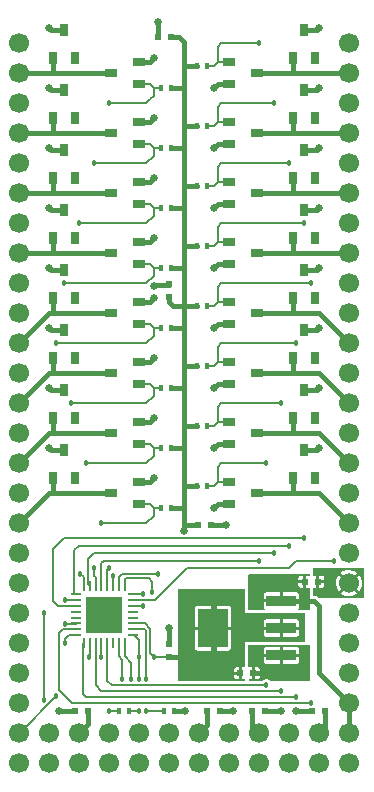
<source format=gbr>
%TF.GenerationSoftware,KiCad,Pcbnew,(6.0.7-1)-1*%
%TF.CreationDate,2022-09-01T15:03:23-04:00*%
%TF.ProjectId,eVolver_pwm,65566f6c-7665-4725-9f70-776d2e6b6963,rev?*%
%TF.SameCoordinates,Original*%
%TF.FileFunction,Copper,L1,Top*%
%TF.FilePolarity,Positive*%
%FSLAX46Y46*%
G04 Gerber Fmt 4.6, Leading zero omitted, Abs format (unit mm)*
G04 Created by KiCad (PCBNEW (6.0.7-1)-1) date 2022-09-01 15:03:23*
%MOMM*%
%LPD*%
G01*
G04 APERTURE LIST*
G04 Aperture macros list*
%AMRoundRect*
0 Rectangle with rounded corners*
0 $1 Rounding radius*
0 $2 $3 $4 $5 $6 $7 $8 $9 X,Y pos of 4 corners*
0 Add a 4 corners polygon primitive as box body*
4,1,4,$2,$3,$4,$5,$6,$7,$8,$9,$2,$3,0*
0 Add four circle primitives for the rounded corners*
1,1,$1+$1,$2,$3*
1,1,$1+$1,$4,$5*
1,1,$1+$1,$6,$7*
1,1,$1+$1,$8,$9*
0 Add four rect primitives between the rounded corners*
20,1,$1+$1,$2,$3,$4,$5,0*
20,1,$1+$1,$4,$5,$6,$7,0*
20,1,$1+$1,$6,$7,$8,$9,0*
20,1,$1+$1,$8,$9,$2,$3,0*%
G04 Aperture macros list end*
%TA.AperFunction,SMDPad,CuDef*%
%ADD10R,0.600000X0.500000*%
%TD*%
%TA.AperFunction,SMDPad,CuDef*%
%ADD11R,0.500000X0.600000*%
%TD*%
%TA.AperFunction,SMDPad,CuDef*%
%ADD12R,0.400000X0.600000*%
%TD*%
%TA.AperFunction,SMDPad,CuDef*%
%ADD13R,2.500000X0.950000*%
%TD*%
%TA.AperFunction,SMDPad,CuDef*%
%ADD14R,2.500000X3.300000*%
%TD*%
%TA.AperFunction,SMDPad,CuDef*%
%ADD15R,0.800000X1.000000*%
%TD*%
%TA.AperFunction,SMDPad,CuDef*%
%ADD16R,1.000000X0.800000*%
%TD*%
%TA.AperFunction,SMDPad,CuDef*%
%ADD17RoundRect,0.062500X-0.062500X0.375000X-0.062500X-0.375000X0.062500X-0.375000X0.062500X0.375000X0*%
%TD*%
%TA.AperFunction,SMDPad,CuDef*%
%ADD18RoundRect,0.062500X-0.375000X0.062500X-0.375000X-0.062500X0.375000X-0.062500X0.375000X0.062500X0*%
%TD*%
%TA.AperFunction,SMDPad,CuDef*%
%ADD19R,3.100000X3.100000*%
%TD*%
%TA.AperFunction,ComponentPad*%
%ADD20C,1.700000*%
%TD*%
%TA.AperFunction,ViaPad*%
%ADD21C,0.889000*%
%TD*%
%TA.AperFunction,ViaPad*%
%ADD22C,0.457200*%
%TD*%
%TA.AperFunction,ViaPad*%
%ADD23C,0.635000*%
%TD*%
%TA.AperFunction,Conductor*%
%ADD24C,0.177800*%
%TD*%
%TA.AperFunction,Conductor*%
%ADD25C,0.381000*%
%TD*%
G04 APERTURE END LIST*
D10*
%TO.P,C1,1*%
%TO.N,+3V3*%
X169079000Y-73152000D03*
%TO.P,C1,2*%
%TO.N,GND*%
X167979000Y-73152000D03*
%TD*%
D11*
%TO.P,C2,1*%
%TO.N,+3V3*%
X168910000Y-125645000D03*
%TO.P,C2,2*%
%TO.N,GND*%
X168910000Y-124545000D03*
%TD*%
D10*
%TO.P,C3,1*%
%TO.N,+5V*%
X180425000Y-119253000D03*
%TO.P,C3,2*%
%TO.N,GND*%
X181525000Y-119253000D03*
%TD*%
%TO.P,C4,1*%
%TO.N,+3V3*%
X174964000Y-127000000D03*
%TO.P,C4,2*%
%TO.N,GND*%
X176064000Y-127000000D03*
%TD*%
D12*
%TO.P,R1,1*%
%TO.N,+3V3*%
X169106000Y-77470000D03*
%TO.P,R1,2*%
%TO.N,/GATE0*%
X168206000Y-77470000D03*
%TD*%
%TO.P,R2,1*%
%TO.N,+3V3*%
X171254000Y-75565000D03*
%TO.P,R2,2*%
%TO.N,/GATE1*%
X172154000Y-75565000D03*
%TD*%
%TO.P,R3,1*%
%TO.N,+3V3*%
X169106000Y-82550000D03*
%TO.P,R3,2*%
%TO.N,/GATE2*%
X168206000Y-82550000D03*
%TD*%
%TO.P,R4,1*%
%TO.N,+3V3*%
X171254000Y-80645000D03*
%TO.P,R4,2*%
%TO.N,/GATE3*%
X172154000Y-80645000D03*
%TD*%
%TO.P,R5,1*%
%TO.N,+3V3*%
X169106000Y-87630000D03*
%TO.P,R5,2*%
%TO.N,/GATE4*%
X168206000Y-87630000D03*
%TD*%
%TO.P,R6,1*%
%TO.N,+3V3*%
X171254000Y-85725000D03*
%TO.P,R6,2*%
%TO.N,/GATE5*%
X172154000Y-85725000D03*
%TD*%
%TO.P,R7,1*%
%TO.N,+3V3*%
X169106000Y-92710000D03*
%TO.P,R7,2*%
%TO.N,/GATE6*%
X168206000Y-92710000D03*
%TD*%
%TO.P,R8,1*%
%TO.N,+3V3*%
X171254000Y-90805000D03*
%TO.P,R8,2*%
%TO.N,/GATE7*%
X172154000Y-90805000D03*
%TD*%
%TO.P,R9,1*%
%TO.N,+3V3*%
X169106000Y-97790000D03*
%TO.P,R9,2*%
%TO.N,/GATE8*%
X168206000Y-97790000D03*
%TD*%
%TO.P,R10,1*%
%TO.N,+3V3*%
X171254000Y-95885000D03*
%TO.P,R10,2*%
%TO.N,/GATE9*%
X172154000Y-95885000D03*
%TD*%
%TO.P,R11,1*%
%TO.N,+3V3*%
X169106000Y-102870000D03*
%TO.P,R11,2*%
%TO.N,/GATE10*%
X168206000Y-102870000D03*
%TD*%
%TO.P,R12,1*%
%TO.N,+3V3*%
X171254000Y-100965000D03*
%TO.P,R12,2*%
%TO.N,/GATE11*%
X172154000Y-100965000D03*
%TD*%
%TO.P,R13,1*%
%TO.N,+3V3*%
X169106000Y-107950000D03*
%TO.P,R13,2*%
%TO.N,/GATE12*%
X168206000Y-107950000D03*
%TD*%
%TO.P,R14,1*%
%TO.N,+3V3*%
X171254000Y-106045000D03*
%TO.P,R14,2*%
%TO.N,/GATE13*%
X172154000Y-106045000D03*
%TD*%
%TO.P,R15,1*%
%TO.N,+3V3*%
X169106000Y-113030000D03*
%TO.P,R15,2*%
%TO.N,/GATE14*%
X168206000Y-113030000D03*
%TD*%
%TO.P,R16,1*%
%TO.N,+3V3*%
X171254000Y-111125000D03*
%TO.P,R16,2*%
%TO.N,/GATE15*%
X172154000Y-111125000D03*
%TD*%
%TO.P,R17,1*%
%TO.N,Net-(R17-Pad1)*%
X168460000Y-130175000D03*
%TO.P,R17,2*%
%TO.N,GND*%
X169360000Y-130175000D03*
%TD*%
D13*
%TO.P,U1,1,GND*%
%TO.N,GND*%
X178435000Y-125490000D03*
%TO.P,U1,2,VOUT*%
%TO.N,+3V3*%
X178435000Y-123190000D03*
%TO.P,U1,3,VIN*%
%TO.N,+5V*%
X178435000Y-120890000D03*
D14*
%TO.P,U1,Tab,VOUT*%
%TO.N,+3V3*%
X172635000Y-123190000D03*
%TD*%
D15*
%TO.P,D1,1,K*%
%TO.N,+24V*%
X160020000Y-72530000D03*
%TO.P,D1,2*%
%TO.N,N/C*%
X160970000Y-74930000D03*
%TO.P,D1,3,A*%
%TO.N,/OUT_0*%
X159070000Y-74930000D03*
%TD*%
%TO.P,D2,1,K*%
%TO.N,+24V*%
X180340000Y-72530000D03*
%TO.P,D2,2*%
%TO.N,N/C*%
X181290000Y-74930000D03*
%TO.P,D2,3,A*%
%TO.N,/OUT_1*%
X179390000Y-74930000D03*
%TD*%
%TO.P,D3,1,K*%
%TO.N,+24V*%
X160020000Y-77610000D03*
%TO.P,D3,2*%
%TO.N,N/C*%
X160970000Y-80010000D03*
%TO.P,D3,3,A*%
%TO.N,/OUT_2*%
X159070000Y-80010000D03*
%TD*%
%TO.P,D5,1,K*%
%TO.N,+24V*%
X160020000Y-82690000D03*
%TO.P,D5,2*%
%TO.N,N/C*%
X160970000Y-85090000D03*
%TO.P,D5,3,A*%
%TO.N,/OUT_4*%
X159070000Y-85090000D03*
%TD*%
%TO.P,D6,1,K*%
%TO.N,+24V*%
X180340000Y-82690000D03*
%TO.P,D6,2*%
%TO.N,N/C*%
X181290000Y-85090000D03*
%TO.P,D6,3,A*%
%TO.N,/OUT_5*%
X179390000Y-85090000D03*
%TD*%
%TO.P,D7,1,K*%
%TO.N,+24V*%
X160020000Y-87770000D03*
%TO.P,D7,2*%
%TO.N,N/C*%
X160970000Y-90170000D03*
%TO.P,D7,3,A*%
%TO.N,/OUT_6*%
X159070000Y-90170000D03*
%TD*%
%TO.P,D8,1,K*%
%TO.N,+24V*%
X180340000Y-87770000D03*
%TO.P,D8,2*%
%TO.N,N/C*%
X181290000Y-90170000D03*
%TO.P,D8,3,A*%
%TO.N,/OUT_7*%
X179390000Y-90170000D03*
%TD*%
%TO.P,D9,1,K*%
%TO.N,+24V*%
X160020000Y-92850000D03*
%TO.P,D9,2*%
%TO.N,N/C*%
X160970000Y-95250000D03*
%TO.P,D9,3,A*%
%TO.N,/OUT_8*%
X159070000Y-95250000D03*
%TD*%
%TO.P,D10,1,K*%
%TO.N,+24V*%
X180340000Y-92850000D03*
%TO.P,D10,2*%
%TO.N,N/C*%
X181290000Y-95250000D03*
%TO.P,D10,3,A*%
%TO.N,/OUT_9*%
X179390000Y-95250000D03*
%TD*%
%TO.P,D11,1,K*%
%TO.N,+24V*%
X160020000Y-97930000D03*
%TO.P,D11,2*%
%TO.N,N/C*%
X160970000Y-100330000D03*
%TO.P,D11,3,A*%
%TO.N,/OUT_10*%
X159070000Y-100330000D03*
%TD*%
%TO.P,D12,1,K*%
%TO.N,+24V*%
X180340000Y-97930000D03*
%TO.P,D12,2*%
%TO.N,N/C*%
X181290000Y-100330000D03*
%TO.P,D12,3,A*%
%TO.N,/OUT_11*%
X179390000Y-100330000D03*
%TD*%
%TO.P,D13,1,K*%
%TO.N,+24V*%
X160020000Y-103010000D03*
%TO.P,D13,2*%
%TO.N,N/C*%
X160970000Y-105410000D03*
%TO.P,D13,3,A*%
%TO.N,/OUT_12*%
X159070000Y-105410000D03*
%TD*%
%TO.P,D15,1,K*%
%TO.N,+24V*%
X160020000Y-108090000D03*
%TO.P,D15,2*%
%TO.N,N/C*%
X160970000Y-110490000D03*
%TO.P,D15,3,A*%
%TO.N,/OUT_14*%
X159070000Y-110490000D03*
%TD*%
%TO.P,D16,1,K*%
%TO.N,+24V*%
X180340000Y-108090000D03*
%TO.P,D16,2*%
%TO.N,N/C*%
X181290000Y-110490000D03*
%TO.P,D16,3,A*%
%TO.N,/OUT_15*%
X179390000Y-110490000D03*
%TD*%
D16*
%TO.P,Q1,1,G*%
%TO.N,/GATE0*%
X166370000Y-77150000D03*
%TO.P,Q1,2,S*%
%TO.N,GND*%
X166370000Y-75250000D03*
%TO.P,Q1,3,D*%
%TO.N,/OUT_0*%
X163970000Y-76200000D03*
%TD*%
%TO.P,Q2,1,G*%
%TO.N,/GATE1*%
X173990000Y-75250000D03*
%TO.P,Q2,2,S*%
%TO.N,GND*%
X173990000Y-77150000D03*
%TO.P,Q2,3,D*%
%TO.N,/OUT_1*%
X176390000Y-76200000D03*
%TD*%
%TO.P,Q3,1,G*%
%TO.N,/GATE2*%
X166370000Y-82230000D03*
%TO.P,Q3,2,S*%
%TO.N,GND*%
X166370000Y-80330000D03*
%TO.P,Q3,3,D*%
%TO.N,/OUT_2*%
X163970000Y-81280000D03*
%TD*%
%TO.P,Q4,1,G*%
%TO.N,/GATE3*%
X173990000Y-80330000D03*
%TO.P,Q4,2,S*%
%TO.N,GND*%
X173990000Y-82230000D03*
%TO.P,Q4,3,D*%
%TO.N,/OUT_3*%
X176390000Y-81280000D03*
%TD*%
%TO.P,Q5,1,G*%
%TO.N,/GATE4*%
X166370000Y-87310000D03*
%TO.P,Q5,2,S*%
%TO.N,GND*%
X166370000Y-85410000D03*
%TO.P,Q5,3,D*%
%TO.N,/OUT_4*%
X163970000Y-86360000D03*
%TD*%
%TO.P,Q6,1,G*%
%TO.N,/GATE5*%
X173990000Y-85410000D03*
%TO.P,Q6,2,S*%
%TO.N,GND*%
X173990000Y-87310000D03*
%TO.P,Q6,3,D*%
%TO.N,/OUT_5*%
X176390000Y-86360000D03*
%TD*%
%TO.P,Q7,1,G*%
%TO.N,/GATE6*%
X166370000Y-92390000D03*
%TO.P,Q7,2,S*%
%TO.N,GND*%
X166370000Y-90490000D03*
%TO.P,Q7,3,D*%
%TO.N,/OUT_6*%
X163970000Y-91440000D03*
%TD*%
%TO.P,Q8,1,G*%
%TO.N,/GATE7*%
X173990000Y-90490000D03*
%TO.P,Q8,2,S*%
%TO.N,GND*%
X173990000Y-92390000D03*
%TO.P,Q8,3,D*%
%TO.N,/OUT_7*%
X176390000Y-91440000D03*
%TD*%
%TO.P,Q9,1,G*%
%TO.N,/GATE8*%
X166370000Y-97470000D03*
%TO.P,Q9,2,S*%
%TO.N,GND*%
X166370000Y-95570000D03*
%TO.P,Q9,3,D*%
%TO.N,/OUT_8*%
X163970000Y-96520000D03*
%TD*%
%TO.P,Q10,1,G*%
%TO.N,/GATE9*%
X173990000Y-95570000D03*
%TO.P,Q10,2,S*%
%TO.N,GND*%
X173990000Y-97470000D03*
%TO.P,Q10,3,D*%
%TO.N,/OUT_9*%
X176390000Y-96520000D03*
%TD*%
%TO.P,Q11,1,G*%
%TO.N,/GATE10*%
X166370000Y-102550000D03*
%TO.P,Q11,2,S*%
%TO.N,GND*%
X166370000Y-100650000D03*
%TO.P,Q11,3,D*%
%TO.N,/OUT_10*%
X163970000Y-101600000D03*
%TD*%
%TO.P,Q12,1,G*%
%TO.N,/GATE11*%
X173990000Y-100650000D03*
%TO.P,Q12,2,S*%
%TO.N,GND*%
X173990000Y-102550000D03*
%TO.P,Q12,3,D*%
%TO.N,/OUT_11*%
X176390000Y-101600000D03*
%TD*%
%TO.P,Q13,1,G*%
%TO.N,/GATE12*%
X166370000Y-107630000D03*
%TO.P,Q13,2,S*%
%TO.N,GND*%
X166370000Y-105730000D03*
%TO.P,Q13,3,D*%
%TO.N,/OUT_12*%
X163970000Y-106680000D03*
%TD*%
%TO.P,Q14,1,G*%
%TO.N,/GATE13*%
X173990000Y-105730000D03*
%TO.P,Q14,2,S*%
%TO.N,GND*%
X173990000Y-107630000D03*
%TO.P,Q14,3,D*%
%TO.N,/OUT_13*%
X176390000Y-106680000D03*
%TD*%
%TO.P,Q15,1,G*%
%TO.N,/GATE14*%
X166370000Y-112710000D03*
%TO.P,Q15,2,S*%
%TO.N,GND*%
X166370000Y-110810000D03*
%TO.P,Q15,3,D*%
%TO.N,/OUT_14*%
X163970000Y-111760000D03*
%TD*%
%TO.P,Q16,1,G*%
%TO.N,/GATE15*%
X173990000Y-110810000D03*
%TO.P,Q16,2,S*%
%TO.N,GND*%
X173990000Y-112710000D03*
%TO.P,Q16,3,D*%
%TO.N,/OUT_15*%
X176390000Y-111760000D03*
%TD*%
D10*
%TO.P,C5,1*%
%TO.N,+24V*%
X162094000Y-130175000D03*
%TO.P,C5,2*%
%TO.N,GND*%
X160994000Y-130175000D03*
%TD*%
D15*
%TO.P,D4,1,K*%
%TO.N,+24V*%
X180340000Y-77610000D03*
%TO.P,D4,2*%
%TO.N,N/C*%
X181290000Y-80010000D03*
%TO.P,D4,3,A*%
%TO.N,/OUT_3*%
X179390000Y-80010000D03*
%TD*%
D10*
%TO.P,C6,1*%
%TO.N,+24V*%
X172170000Y-130175000D03*
%TO.P,C6,2*%
%TO.N,GND*%
X173270000Y-130175000D03*
%TD*%
%TO.P,C7,1*%
%TO.N,+24V*%
X182160000Y-130175000D03*
%TO.P,C7,2*%
%TO.N,GND*%
X181060000Y-130175000D03*
%TD*%
%TO.P,C8,1*%
%TO.N,+24V*%
X175980000Y-130175000D03*
%TO.P,C8,2*%
%TO.N,GND*%
X177080000Y-130175000D03*
%TD*%
%TO.P,C9,1*%
%TO.N,+3V3*%
X171408000Y-114427000D03*
%TO.P,C9,2*%
%TO.N,GND*%
X172508000Y-114427000D03*
%TD*%
D15*
%TO.P,D14,1,K*%
%TO.N,+24V*%
X180340000Y-103010000D03*
%TO.P,D14,2*%
%TO.N,N/C*%
X181290000Y-105410000D03*
%TO.P,D14,3,A*%
%TO.N,/OUT_13*%
X179390000Y-105410000D03*
%TD*%
D12*
%TO.P,R18,1*%
%TO.N,+3V3*%
X165550000Y-130175000D03*
%TO.P,R18,2*%
%TO.N,/GSCLK*%
X164650000Y-130175000D03*
%TD*%
D11*
%TO.P,C10,1*%
%TO.N,+3V3*%
X168910000Y-95165000D03*
%TO.P,C10,2*%
%TO.N,GND*%
X168910000Y-94065000D03*
%TD*%
D17*
%TO.P,U2,1,SCLK*%
%TO.N,/SCLK*%
X165199000Y-119609500D03*
%TO.P,U2,2,SIN*%
%TO.N,/SIN*%
X164699000Y-119609500D03*
%TO.P,U2,3,VPRG*%
%TO.N,GND*%
X164199000Y-119609500D03*
%TO.P,U2,4,OUT0*%
%TO.N,/GATE0*%
X163699000Y-119609500D03*
%TO.P,U2,5,OUT1*%
%TO.N,/GATE1*%
X163199000Y-119609500D03*
%TO.P,U2,6,OUT2*%
%TO.N,/GATE2*%
X162699000Y-119609500D03*
%TO.P,U2,7,OUT3*%
%TO.N,/GATE3*%
X162199000Y-119609500D03*
%TO.P,U2,8,OUT4*%
%TO.N,/GATE4*%
X161699000Y-119609500D03*
D18*
%TO.P,U2,9,OUT5*%
%TO.N,/GATE5*%
X161011500Y-120297000D03*
%TO.P,U2,10,OUT6*%
%TO.N,/GATE6*%
X161011500Y-120797000D03*
%TO.P,U2,11,OUT7*%
%TO.N,/GATE7*%
X161011500Y-121297000D03*
%TO.P,U2,12*%
%TO.N,N/C*%
X161011500Y-121797000D03*
%TO.P,U2,13*%
X161011500Y-122297000D03*
%TO.P,U2,14,OUT8*%
%TO.N,/GATE8*%
X161011500Y-122797000D03*
%TO.P,U2,15,OUT9*%
%TO.N,/GATE9*%
X161011500Y-123297000D03*
%TO.P,U2,16,OUT10*%
%TO.N,/GATE10*%
X161011500Y-123797000D03*
D17*
%TO.P,U2,17,OUT11*%
%TO.N,/GATE11*%
X161699000Y-124484500D03*
%TO.P,U2,18,OUT12*%
%TO.N,/GATE12*%
X162199000Y-124484500D03*
%TO.P,U2,19,OUT13*%
%TO.N,/GATE13*%
X162699000Y-124484500D03*
%TO.P,U2,20,OUT14*%
%TO.N,/GATE14*%
X163199000Y-124484500D03*
%TO.P,U2,21,OUT15*%
%TO.N,/GATE15*%
X163699000Y-124484500D03*
%TO.P,U2,22,XERR*%
%TO.N,unconnected-(U2-Pad22)*%
X164199000Y-124484500D03*
%TO.P,U2,23,SOUT*%
%TO.N,/SOUT*%
X164699000Y-124484500D03*
%TO.P,U2,24,GSCLK*%
%TO.N,/GSCLK*%
X165199000Y-124484500D03*
D18*
%TO.P,U2,25,DCPRG*%
%TO.N,+3V3*%
X165886500Y-123797000D03*
%TO.P,U2,26,IREF*%
%TO.N,Net-(R17-Pad1)*%
X165886500Y-123297000D03*
%TO.P,U2,27,VCC*%
%TO.N,+3V3*%
X165886500Y-122797000D03*
%TO.P,U2,28*%
%TO.N,N/C*%
X165886500Y-122297000D03*
%TO.P,U2,29*%
X165886500Y-121797000D03*
%TO.P,U2,30,GND*%
%TO.N,GND*%
X165886500Y-121297000D03*
%TO.P,U2,31,BLANK*%
%TO.N,/BLANK*%
X165886500Y-120797000D03*
%TO.P,U2,32,XLAT*%
%TO.N,/XLAT*%
X165886500Y-120297000D03*
D19*
%TO.P,U2,33*%
%TO.N,N/C*%
X163449000Y-122047000D03*
%TD*%
D20*
%TO.P,P1,1,P1*%
%TO.N,GND*%
X156210000Y-73660000D03*
%TO.P,P1,2,P2*%
%TO.N,/OUT_0*%
X156210000Y-76200000D03*
%TO.P,P1,3,P3*%
%TO.N,+24V*%
X156210000Y-78740000D03*
%TO.P,P1,4,P4*%
%TO.N,/OUT_2*%
X156210000Y-81280000D03*
%TO.P,P1,5,P5*%
%TO.N,+24V*%
X156210000Y-83820000D03*
%TO.P,P1,6,P6*%
%TO.N,/OUT_4*%
X156210000Y-86360000D03*
%TO.P,P1,7,P7*%
%TO.N,+24V*%
X156210000Y-88900000D03*
%TO.P,P1,8,P8*%
%TO.N,/OUT_6*%
X156210000Y-91440000D03*
%TO.P,P1,9,P9*%
%TO.N,+24V*%
X156210000Y-93980000D03*
%TO.P,P1,10,P10*%
%TO.N,GND*%
X156210000Y-96520000D03*
%TO.P,P1,11,P11*%
%TO.N,/OUT_8*%
X156210000Y-99060000D03*
%TO.P,P1,12,P12*%
%TO.N,+24V*%
X156210000Y-101600000D03*
%TO.P,P1,13,P13*%
%TO.N,/OUT_10*%
X156210000Y-104140000D03*
%TO.P,P1,14,P14*%
%TO.N,+24V*%
X156210000Y-106680000D03*
%TO.P,P1,15,P15*%
%TO.N,/OUT_12*%
X156210000Y-109220000D03*
%TO.P,P1,16,P16*%
%TO.N,+24V*%
X156210000Y-111760000D03*
%TO.P,P1,17,P17*%
%TO.N,/OUT_14*%
X156210000Y-114300000D03*
%TO.P,P1,18,P18*%
%TO.N,+24V*%
X156210000Y-116840000D03*
%TO.P,P1,19,P19*%
%TO.N,GND*%
X156210000Y-119380000D03*
%TO.P,P1,20,P20*%
%TO.N,/GSCLK*%
X156210000Y-121920000D03*
%TO.P,P1,21,P21*%
%TO.N,/XLAT*%
X156210000Y-124460000D03*
%TO.P,P1,22,P22*%
%TO.N,/SCLK*%
X156210000Y-127000000D03*
%TO.P,P1,23,P23*%
%TO.N,/SIN*%
X156210000Y-129540000D03*
%TO.P,P1,24,P24*%
%TO.N,/SOUT*%
X156210000Y-132080000D03*
%TO.P,P1,25,P25*%
%TO.N,GND*%
X156210000Y-134620000D03*
%TD*%
%TO.P,P2,1,P1*%
%TO.N,GND*%
X184150000Y-73660000D03*
%TO.P,P2,2,P2*%
%TO.N,/OUT_1*%
X184150000Y-76200000D03*
%TO.P,P2,3,P3*%
%TO.N,+24V*%
X184150000Y-78740000D03*
%TO.P,P2,4,P4*%
%TO.N,/OUT_3*%
X184150000Y-81280000D03*
%TO.P,P2,5,P5*%
%TO.N,+24V*%
X184150000Y-83820000D03*
%TO.P,P2,6,P6*%
%TO.N,/OUT_5*%
X184150000Y-86360000D03*
%TO.P,P2,7,P7*%
%TO.N,+24V*%
X184150000Y-88900000D03*
%TO.P,P2,8,P8*%
%TO.N,/OUT_7*%
X184150000Y-91440000D03*
%TO.P,P2,9,P9*%
%TO.N,+24V*%
X184150000Y-93980000D03*
%TO.P,P2,10,P10*%
%TO.N,GND*%
X184150000Y-96520000D03*
%TO.P,P2,11,P11*%
%TO.N,/OUT_9*%
X184150000Y-99060000D03*
%TO.P,P2,12,P12*%
%TO.N,+24V*%
X184150000Y-101600000D03*
%TO.P,P2,13,P13*%
%TO.N,/OUT_11*%
X184150000Y-104140000D03*
%TO.P,P2,14,P14*%
%TO.N,+24V*%
X184150000Y-106680000D03*
%TO.P,P2,15,P15*%
%TO.N,/OUT_13*%
X184150000Y-109220000D03*
%TO.P,P2,16,P16*%
%TO.N,+24V*%
X184150000Y-111760000D03*
%TO.P,P2,17,P17*%
%TO.N,/OUT_15*%
X184150000Y-114300000D03*
%TO.P,P2,18,P18*%
%TO.N,+24V*%
X184150000Y-116840000D03*
%TO.P,P2,19,P19*%
%TO.N,GND*%
X184150000Y-119380000D03*
%TO.P,P2,20,P20*%
%TO.N,unconnected-(P2-Pad20)*%
X184150000Y-121920000D03*
%TO.P,P2,21,P21*%
%TO.N,/BLANK*%
X184150000Y-124460000D03*
%TO.P,P2,22,P22*%
%TO.N,unconnected-(P2-Pad22)*%
X184150000Y-127000000D03*
%TO.P,P2,23,P23*%
%TO.N,+5V*%
X184150000Y-129540000D03*
%TO.P,P2,24,P24*%
X184150000Y-132080000D03*
%TO.P,P2,25,P25*%
%TO.N,GND*%
X184150000Y-134620000D03*
%TD*%
%TO.P,P3,1,P1*%
%TO.N,+24V*%
X181610000Y-132080000D03*
%TO.P,P3,2,P2*%
X179070000Y-132080000D03*
%TO.P,P3,3,P3*%
X176530000Y-132080000D03*
%TO.P,P3,4,P4*%
X173990000Y-132080000D03*
%TO.P,P3,5,P5*%
X171450000Y-132080000D03*
%TO.P,P3,6,P6*%
X168910000Y-132080000D03*
%TO.P,P3,7,P7*%
X166370000Y-132080000D03*
%TO.P,P3,8,P8*%
X163830000Y-132080000D03*
%TO.P,P3,9,P9*%
X161290000Y-132080000D03*
%TO.P,P3,10,P10*%
X158750000Y-132080000D03*
%TD*%
%TO.P,P4,1,P1*%
%TO.N,GND*%
X158750000Y-134620000D03*
%TO.P,P4,2,P2*%
X161290000Y-134620000D03*
%TO.P,P4,3,P3*%
X163830000Y-134620000D03*
%TO.P,P4,4,P4*%
X166370000Y-134620000D03*
%TO.P,P4,5,P5*%
X168910000Y-134620000D03*
%TO.P,P4,6,P6*%
X171450000Y-134620000D03*
%TO.P,P4,7,P7*%
X173990000Y-134620000D03*
%TO.P,P4,8,P8*%
X176530000Y-134620000D03*
%TO.P,P4,9,P9*%
X179070000Y-134620000D03*
%TO.P,P4,10,P10*%
X181610000Y-134620000D03*
%TD*%
D21*
%TO.N,+3V3*%
X173990000Y-120650000D03*
D22*
%TO.N,/GATE4*%
X161412116Y-118584284D03*
D21*
%TO.N,+3V3*%
X172720000Y-120650000D03*
D22*
X166370000Y-130175000D03*
D23*
X170180000Y-125730000D03*
D22*
X166370000Y-127508000D03*
X167640000Y-125603000D03*
D21*
X171450000Y-120650000D03*
D23*
X170180000Y-114935000D03*
D21*
X171450000Y-125730000D03*
D23*
X170180000Y-121285000D03*
D22*
X166370000Y-125603000D03*
D21*
X172720000Y-125730000D03*
X173990000Y-125730000D03*
D22*
%TO.N,GND*%
X164211000Y-118745000D03*
D23*
X180340000Y-127000000D03*
X172720000Y-77470000D03*
X168021000Y-71882000D03*
X170307000Y-130175000D03*
X172720000Y-87630000D03*
X172720000Y-107950000D03*
X167640000Y-95250000D03*
X159639000Y-130175000D03*
X168910000Y-123190000D03*
X172720000Y-102870000D03*
X172720000Y-97790000D03*
X172720000Y-113030000D03*
X167640000Y-85090000D03*
X167640000Y-94234000D03*
X173736000Y-114427000D03*
X172720000Y-82550000D03*
X172720000Y-92710000D03*
X177800000Y-127000000D03*
X167640000Y-90170000D03*
X167640000Y-105410000D03*
X167640000Y-80010000D03*
X178435000Y-130175000D03*
X179705000Y-130175000D03*
X167640000Y-100330000D03*
X167640000Y-110490000D03*
D22*
X166751000Y-121285000D03*
D23*
X174371000Y-130175000D03*
X179070000Y-127000000D03*
X167640000Y-74930000D03*
%TO.N,+24V*%
X158750000Y-87630000D03*
X158750000Y-92710000D03*
X158750000Y-107950000D03*
X158750000Y-82550000D03*
X158750000Y-97790000D03*
X158750000Y-72390000D03*
X181610000Y-107950000D03*
X158750000Y-102870000D03*
X181610000Y-72390000D03*
X181610000Y-77470000D03*
X181610000Y-97790000D03*
X181610000Y-92710000D03*
X181610000Y-82550000D03*
X158750000Y-77470000D03*
X181610000Y-102870000D03*
X181610000Y-87630000D03*
D22*
%TO.N,/GSCLK*%
X158369000Y-121920000D03*
X165735000Y-127508000D03*
X158369000Y-129286000D03*
X163830000Y-130175000D03*
%TO.N,/XLAT*%
X166751000Y-120269000D03*
%TO.N,/SCLK*%
X167513000Y-120142000D03*
%TO.N,/SIN*%
X168021000Y-118618000D03*
%TO.N,/SOUT*%
X164973000Y-127508000D03*
X159385000Y-128905000D03*
%TO.N,Net-(R17-Pad1)*%
X167005000Y-127508000D03*
X167005000Y-130175000D03*
%TO.N,/GATE0*%
X163830000Y-78740000D03*
X163830000Y-118110000D03*
%TO.N,/GATE1*%
X176530000Y-73660000D03*
X176530000Y-117475000D03*
%TO.N,/GATE2*%
X162560000Y-83820000D03*
X162560000Y-118110000D03*
%TO.N,/GATE3*%
X177800000Y-116840000D03*
X177800000Y-78740000D03*
%TO.N,/GATE4*%
X161290000Y-88900000D03*
%TO.N,/GATE5*%
X179070000Y-116205000D03*
X179070000Y-83820000D03*
%TO.N,/GATE6*%
X160147000Y-120777000D03*
X160020000Y-93980000D03*
%TO.N,/GATE7*%
X180340000Y-115570000D03*
X180340000Y-88900000D03*
%TO.N,/GATE8*%
X160147000Y-122809000D03*
X159385000Y-99060000D03*
%TO.N,/GATE9*%
X180975000Y-129540000D03*
X180975000Y-93980000D03*
%TO.N,/GATE10*%
X160147000Y-124460000D03*
X160655000Y-104140000D03*
%TO.N,/GATE11*%
X179705000Y-129032000D03*
X179705000Y-99060000D03*
%TO.N,/GATE12*%
X162179000Y-125603000D03*
X161925000Y-109220000D03*
%TO.N,/GATE13*%
X178435000Y-104140000D03*
X178435000Y-128524000D03*
%TO.N,/GATE14*%
X163195000Y-125603000D03*
X163195000Y-114300000D03*
%TO.N,/GATE15*%
X177165000Y-128016000D03*
X177165000Y-109220000D03*
%TO.N,/BLANK*%
X182880000Y-117475000D03*
%TD*%
D24*
%TO.N,/BLANK*%
X167747000Y-120797000D02*
X165886500Y-120797000D01*
X167747000Y-120797000D02*
X170434000Y-118110000D01*
X170434000Y-118110000D02*
X179070000Y-118110000D01*
X179070000Y-118110000D02*
X179705000Y-117475000D01*
X179705000Y-117475000D02*
X182880000Y-117475000D01*
%TO.N,/GATE4*%
X161699000Y-118871168D02*
X161412116Y-118584284D01*
X161699000Y-119609500D02*
X161699000Y-118871168D01*
%TO.N,/GATE3*%
X162560000Y-116840000D02*
X162074100Y-117325900D01*
X162074100Y-117325900D02*
X162074100Y-119484600D01*
X162074100Y-119484600D02*
X162199000Y-119609500D01*
%TO.N,/GATE1*%
X163199000Y-119609500D02*
X163199000Y-117672426D01*
X163199000Y-117672426D02*
X163396426Y-117475000D01*
X163396426Y-117475000D02*
X176530000Y-117475000D01*
%TO.N,/GATE9*%
X159639000Y-128471833D02*
X160707167Y-129540000D01*
X160707167Y-129540000D02*
X180975000Y-129540000D01*
X159639000Y-128471833D02*
X159639000Y-123571000D01*
%TO.N,/SOUT*%
X156210000Y-132080000D02*
X156262167Y-132080000D01*
X159385000Y-128957167D02*
X159385000Y-128905000D01*
X156262167Y-132080000D02*
X159385000Y-128957167D01*
D25*
%TO.N,+3V3*%
X172720000Y-120650000D02*
X172720000Y-123105000D01*
X172720000Y-125730000D02*
X172720000Y-123275000D01*
X170180000Y-76073000D02*
X170180000Y-77470000D01*
X170180000Y-113919000D02*
X170180000Y-114300000D01*
X170180000Y-112395000D02*
X170180000Y-113030000D01*
X170180000Y-81026000D02*
X170180000Y-82550000D01*
X170180000Y-113411000D02*
X170180000Y-113665000D01*
X170180000Y-111760000D02*
X170180000Y-112395000D01*
X170180000Y-113665000D02*
X170180000Y-113919000D01*
X170180000Y-83058000D02*
X170180000Y-85725000D01*
X170180000Y-86106000D02*
X170180000Y-87630000D01*
X170180000Y-96393000D02*
X170180000Y-97790000D01*
X170180000Y-91313000D02*
X170180000Y-92710000D01*
X170180000Y-93218000D02*
X170180000Y-95504000D01*
X170180000Y-103378000D02*
X170180000Y-106045000D01*
X170180000Y-106553000D02*
X170180000Y-107950000D01*
X170180000Y-108458000D02*
X170180000Y-111125000D01*
X170180000Y-73533000D02*
X169799000Y-73152000D01*
X169799000Y-73152000D02*
X169079000Y-73152000D01*
X170095000Y-125645000D02*
X170180000Y-125730000D01*
X170180000Y-95504000D02*
X170180000Y-95885000D01*
D24*
X166370000Y-130175000D02*
X165550000Y-130175000D01*
D25*
X170180000Y-75565000D02*
X170180000Y-73533000D01*
X170180000Y-80645000D02*
X170180000Y-77978000D01*
X170180000Y-90805000D02*
X170180000Y-91313000D01*
X170180000Y-92710000D02*
X170180000Y-93218000D01*
X170180000Y-95885000D02*
X170180000Y-96393000D01*
X169730000Y-95885000D02*
X170180000Y-95885000D01*
X168910000Y-95567500D02*
X169227500Y-95885000D01*
X169227500Y-95885000D02*
X169730000Y-95885000D01*
X170180000Y-100965000D02*
X170180000Y-101346000D01*
X170180000Y-102870000D02*
X170180000Y-103378000D01*
X170180000Y-106045000D02*
X170180000Y-106553000D01*
X170180000Y-107950000D02*
X170180000Y-108458000D01*
X170180000Y-111125000D02*
X170180000Y-111760000D01*
X170180000Y-114427000D02*
X170180000Y-114300000D01*
X170180000Y-114300000D02*
X170180000Y-114935000D01*
D24*
X166370000Y-124206000D02*
X165961000Y-123797000D01*
D25*
X169672000Y-97790000D02*
X169106000Y-97790000D01*
X170561000Y-80645000D02*
X171254000Y-80645000D01*
D24*
X166866000Y-122797000D02*
X165886500Y-122797000D01*
X168910000Y-125645000D02*
X167670000Y-125645000D01*
D25*
X169672000Y-92710000D02*
X169106000Y-92710000D01*
X170180000Y-113030000D02*
X169545000Y-113030000D01*
X170180000Y-113030000D02*
X170180000Y-113411000D01*
X171408000Y-114427000D02*
X170180000Y-114427000D01*
X170180000Y-77470000D02*
X169672000Y-77470000D01*
X168910000Y-125645000D02*
X170095000Y-125645000D01*
D24*
X167670000Y-125633000D02*
X167640000Y-125603000D01*
D25*
X170180000Y-77470000D02*
X170180000Y-77978000D01*
X169545000Y-113030000D02*
X169106000Y-113030000D01*
D24*
X167334720Y-125297720D02*
X167334720Y-123265720D01*
D25*
X170180000Y-87630000D02*
X170180000Y-88138000D01*
X171254000Y-85725000D02*
X170180000Y-85725000D01*
X169672000Y-82550000D02*
X169106000Y-82550000D01*
X170180000Y-107950000D02*
X169672000Y-107950000D01*
X170180000Y-82550000D02*
X169672000Y-82550000D01*
X171254000Y-75565000D02*
X170815000Y-75565000D01*
X172720000Y-120650000D02*
X171450000Y-120650000D01*
X169672000Y-107950000D02*
X169106000Y-107950000D01*
X170180000Y-88138000D02*
X170180000Y-90805000D01*
X170688000Y-95885000D02*
X171254000Y-95885000D01*
X170815000Y-75565000D02*
X170180000Y-75565000D01*
D24*
X167334720Y-123265720D02*
X166866000Y-122797000D01*
X166370000Y-125603000D02*
X166370000Y-124206000D01*
D25*
X170180000Y-76073000D02*
X170180000Y-75565000D01*
X170180000Y-80645000D02*
X170561000Y-80645000D01*
X170180000Y-85725000D02*
X170180000Y-86106000D01*
X171254000Y-106045000D02*
X170815000Y-106045000D01*
D24*
X166370000Y-127508000D02*
X166370000Y-125603000D01*
D25*
X172720000Y-125730000D02*
X173990000Y-125730000D01*
X171254000Y-100965000D02*
X170180000Y-100965000D01*
X170180000Y-102870000D02*
X169672000Y-102870000D01*
X169672000Y-87630000D02*
X169106000Y-87630000D01*
D24*
X167670000Y-125645000D02*
X167670000Y-125633000D01*
D25*
X170180000Y-82550000D02*
X170180000Y-83058000D01*
X170180000Y-101346000D02*
X170180000Y-102870000D01*
X173990000Y-120650000D02*
X172720000Y-120650000D01*
X168910000Y-95065000D02*
X168910000Y-95567500D01*
X170180000Y-87630000D02*
X169672000Y-87630000D01*
X170815000Y-106045000D02*
X170180000Y-106045000D01*
X170815000Y-111125000D02*
X171254000Y-111125000D01*
X170688000Y-90805000D02*
X171254000Y-90805000D01*
X170180000Y-90805000D02*
X170688000Y-90805000D01*
X171450000Y-125730000D02*
X172720000Y-125730000D01*
X170180000Y-97790000D02*
X169672000Y-97790000D01*
X172635000Y-123190000D02*
X172720000Y-123105000D01*
X170180000Y-97790000D02*
X170180000Y-98298000D01*
X170180000Y-92710000D02*
X169672000Y-92710000D01*
D24*
X165961000Y-123797000D02*
X165886500Y-123797000D01*
D25*
X170180000Y-95885000D02*
X170688000Y-95885000D01*
D24*
X167640000Y-125603000D02*
X167334720Y-125297720D01*
D25*
X170180000Y-111125000D02*
X170815000Y-111125000D01*
X169672000Y-77470000D02*
X169106000Y-77470000D01*
X170180000Y-81026000D02*
X170180000Y-80645000D01*
X170180000Y-98298000D02*
X170180000Y-100965000D01*
X172635000Y-123190000D02*
X172720000Y-123275000D01*
X169672000Y-102870000D02*
X169106000Y-102870000D01*
%TO.N,GND*%
X167320000Y-75250000D02*
X167640000Y-74930000D01*
X173040000Y-77150000D02*
X172720000Y-77470000D01*
X173040000Y-82230000D02*
X172720000Y-82550000D01*
X167320000Y-80330000D02*
X167640000Y-80010000D01*
X167320000Y-85410000D02*
X167640000Y-85090000D01*
X167320000Y-90490000D02*
X167640000Y-90170000D01*
X173040000Y-92390000D02*
X172720000Y-92710000D01*
X173040000Y-87310000D02*
X172720000Y-87630000D01*
X167320000Y-95570000D02*
X167640000Y-95250000D01*
X173040000Y-97470000D02*
X172720000Y-97790000D01*
X173040000Y-102550000D02*
X172720000Y-102870000D01*
X173040000Y-107630000D02*
X172720000Y-107950000D01*
X173040000Y-112710000D02*
X172720000Y-113030000D01*
X167320000Y-100650000D02*
X167640000Y-100330000D01*
X167320000Y-105730000D02*
X167640000Y-105410000D01*
X167320000Y-110810000D02*
X167640000Y-110490000D01*
X167979000Y-71924000D02*
X168021000Y-71882000D01*
X167709000Y-94165000D02*
X167640000Y-94234000D01*
X167979000Y-73152000D02*
X167979000Y-71924000D01*
X173990000Y-102550000D02*
X173040000Y-102550000D01*
X173990000Y-112710000D02*
X173040000Y-112710000D01*
X172508000Y-114427000D02*
X173736000Y-114427000D01*
X166370000Y-90490000D02*
X167320000Y-90490000D01*
D24*
X165886500Y-121297000D02*
X166739000Y-121297000D01*
D25*
X169360000Y-130175000D02*
X170307000Y-130175000D01*
X177080000Y-130175000D02*
X178435000Y-130175000D01*
X173270000Y-130175000D02*
X174371000Y-130175000D01*
D24*
X166739000Y-121297000D02*
X166751000Y-121285000D01*
D25*
X166370000Y-75250000D02*
X167320000Y-75250000D01*
X173990000Y-92390000D02*
X173040000Y-92390000D01*
X168910000Y-94165000D02*
X167709000Y-94165000D01*
X166370000Y-105730000D02*
X167320000Y-105730000D01*
X180340000Y-127000000D02*
X179070000Y-127000000D01*
X166370000Y-100650000D02*
X167320000Y-100650000D01*
X173990000Y-97470000D02*
X173040000Y-97470000D01*
X177800000Y-127000000D02*
X176064000Y-127000000D01*
X166370000Y-95570000D02*
X167320000Y-95570000D01*
X173990000Y-82230000D02*
X173040000Y-82230000D01*
X160994000Y-130175000D02*
X159639000Y-130175000D01*
X179070000Y-127000000D02*
X177800000Y-127000000D01*
X173990000Y-77150000D02*
X173040000Y-77150000D01*
X173990000Y-107630000D02*
X173040000Y-107630000D01*
X166370000Y-80330000D02*
X167320000Y-80330000D01*
X181060000Y-130175000D02*
X179705000Y-130175000D01*
X168910000Y-124545000D02*
X168910000Y-123190000D01*
X166370000Y-110810000D02*
X167320000Y-110810000D01*
X173990000Y-87310000D02*
X173040000Y-87310000D01*
D24*
X164199000Y-119609500D02*
X164199000Y-118757000D01*
D25*
X166370000Y-85410000D02*
X167320000Y-85410000D01*
D24*
X164199000Y-118757000D02*
X164211000Y-118745000D01*
D25*
%TO.N,+24V*%
X158890000Y-108090000D02*
X158750000Y-107950000D01*
X158890000Y-72530000D02*
X158750000Y-72390000D01*
X158890000Y-77610000D02*
X158750000Y-77470000D01*
X158890000Y-82690000D02*
X158750000Y-82550000D01*
X158890000Y-87770000D02*
X158750000Y-87630000D01*
X158890000Y-92850000D02*
X158750000Y-92710000D01*
X158890000Y-97930000D02*
X158750000Y-97790000D01*
X158890000Y-103010000D02*
X158750000Y-102870000D01*
X181610000Y-107950000D02*
X181470000Y-108090000D01*
X181470000Y-103010000D02*
X181610000Y-102870000D01*
X181470000Y-97930000D02*
X181610000Y-97790000D01*
X181470000Y-92850000D02*
X181610000Y-92710000D01*
X181470000Y-87770000D02*
X181610000Y-87630000D01*
X181470000Y-82690000D02*
X181610000Y-82550000D01*
X181470000Y-77610000D02*
X181610000Y-77470000D01*
X181470000Y-72530000D02*
X181610000Y-72390000D01*
X172170000Y-131360000D02*
X171450000Y-132080000D01*
X182160000Y-131530000D02*
X182160000Y-130175000D01*
X175980000Y-131530000D02*
X175980000Y-130175000D01*
X162094000Y-131276000D02*
X162094000Y-130175000D01*
X160020000Y-77610000D02*
X158890000Y-77610000D01*
X160020000Y-82690000D02*
X158890000Y-82690000D01*
X180340000Y-103010000D02*
X181470000Y-103010000D01*
X176530000Y-132080000D02*
X175980000Y-131530000D01*
X160020000Y-103010000D02*
X158890000Y-103010000D01*
X180340000Y-72530000D02*
X181470000Y-72530000D01*
X160020000Y-108090000D02*
X158890000Y-108090000D01*
X172170000Y-130175000D02*
X172170000Y-131360000D01*
X160020000Y-92850000D02*
X158890000Y-92850000D01*
X180340000Y-77610000D02*
X181470000Y-77610000D01*
X181610000Y-132080000D02*
X182160000Y-131530000D01*
X160020000Y-97930000D02*
X158890000Y-97930000D01*
X180340000Y-97930000D02*
X181470000Y-97930000D01*
X181470000Y-108090000D02*
X180340000Y-108090000D01*
X180340000Y-92850000D02*
X181470000Y-92850000D01*
X160020000Y-72530000D02*
X158890000Y-72530000D01*
X160020000Y-87770000D02*
X158890000Y-87770000D01*
X180340000Y-87770000D02*
X181470000Y-87770000D01*
X161290000Y-132080000D02*
X162094000Y-131276000D01*
X180340000Y-82690000D02*
X181470000Y-82690000D01*
%TO.N,/OUT_0*%
X159070000Y-76200000D02*
X159067500Y-76200000D01*
X159067500Y-76200000D02*
X159385000Y-76200000D01*
X159385000Y-76200000D02*
X163970000Y-76200000D01*
X159070000Y-74930000D02*
X159070000Y-76200000D01*
X156210000Y-76200000D02*
X157800000Y-76200000D01*
X158750000Y-76200000D02*
X159067500Y-76200000D01*
X157800000Y-76200000D02*
X158750000Y-76200000D01*
%TO.N,/OUT_1*%
X179070000Y-76200000D02*
X176390000Y-76200000D01*
X179390000Y-76200000D02*
X179387500Y-76200000D01*
X179387500Y-76200000D02*
X179070000Y-76200000D01*
X179390000Y-74930000D02*
X179390000Y-76200000D01*
X179705000Y-76200000D02*
X179387500Y-76200000D01*
X184150000Y-76200000D02*
X179705000Y-76200000D01*
%TO.N,/OUT_2*%
X159385000Y-81280000D02*
X163970000Y-81280000D01*
X159070000Y-81280000D02*
X159067500Y-81280000D01*
X159067500Y-81280000D02*
X159385000Y-81280000D01*
X156210000Y-81280000D02*
X158750000Y-81280000D01*
X158750000Y-81280000D02*
X159067500Y-81280000D01*
X159070000Y-80010000D02*
X159070000Y-81280000D01*
%TO.N,/OUT_3*%
X179705000Y-81280000D02*
X184150000Y-81280000D01*
X179390000Y-81280000D02*
X179387500Y-81280000D01*
X179387500Y-81280000D02*
X179070000Y-81280000D01*
X179390000Y-80010000D02*
X179390000Y-81280000D01*
X179705000Y-81280000D02*
X179387500Y-81280000D01*
X179070000Y-81280000D02*
X176390000Y-81280000D01*
%TO.N,/OUT_4*%
X158750000Y-86360000D02*
X156210000Y-86360000D01*
X159070000Y-86360000D02*
X159067500Y-86360000D01*
X159067500Y-86360000D02*
X159385000Y-86360000D01*
X159070000Y-85090000D02*
X159070000Y-86360000D01*
X158750000Y-86360000D02*
X159067500Y-86360000D01*
X159385000Y-86360000D02*
X163970000Y-86360000D01*
%TO.N,/OUT_5*%
X179705000Y-86360000D02*
X184150000Y-86360000D01*
X179390000Y-86360000D02*
X179387500Y-86360000D01*
X179387500Y-86360000D02*
X179070000Y-86360000D01*
X179070000Y-86360000D02*
X176390000Y-86360000D01*
X179390000Y-85090000D02*
X179390000Y-86360000D01*
X179705000Y-86360000D02*
X179387500Y-86360000D01*
%TO.N,/OUT_6*%
X159385000Y-91440000D02*
X163970000Y-91440000D01*
X159070000Y-91440000D02*
X159067500Y-91440000D01*
X159067500Y-91440000D02*
X159385000Y-91440000D01*
X159070000Y-90170000D02*
X159070000Y-91440000D01*
X158750000Y-91440000D02*
X159067500Y-91440000D01*
X156210000Y-91440000D02*
X158750000Y-91440000D01*
%TO.N,/OUT_7*%
X179705000Y-91440000D02*
X184150000Y-91440000D01*
X179390000Y-91440000D02*
X179387500Y-91440000D01*
X179387500Y-91440000D02*
X179070000Y-91440000D01*
X179390000Y-90170000D02*
X179390000Y-91440000D01*
X179705000Y-91440000D02*
X179387500Y-91440000D01*
X179070000Y-91440000D02*
X176390000Y-91440000D01*
%TO.N,/OUT_8*%
X158750000Y-96520000D02*
X156210000Y-99060000D01*
X159070000Y-96520000D02*
X159067500Y-96520000D01*
X159067500Y-96520000D02*
X158750000Y-96520000D01*
X163970000Y-96520000D02*
X159067500Y-96520000D01*
X159070000Y-95250000D02*
X159070000Y-96520000D01*
%TO.N,/OUT_9*%
X181610000Y-96520000D02*
X184150000Y-99060000D01*
X179705000Y-96520000D02*
X181610000Y-96520000D01*
X179390000Y-96520000D02*
X179387500Y-96520000D01*
X179387500Y-96520000D02*
X179705000Y-96520000D01*
X176390000Y-96520000D02*
X179387500Y-96520000D01*
X179390000Y-95250000D02*
X179390000Y-96520000D01*
%TO.N,/OUT_10*%
X158750000Y-101600000D02*
X156210000Y-104140000D01*
X159070000Y-101600000D02*
X159067500Y-101600000D01*
X159067500Y-101600000D02*
X158750000Y-101600000D01*
X163970000Y-101600000D02*
X159067500Y-101600000D01*
X159070000Y-100330000D02*
X159070000Y-101600000D01*
%TO.N,/OUT_11*%
X181610000Y-101600000D02*
X184150000Y-104140000D01*
X179705000Y-101600000D02*
X181610000Y-101600000D01*
X179390000Y-101600000D02*
X179387500Y-101600000D01*
X179387500Y-101600000D02*
X179705000Y-101600000D01*
X179390000Y-100330000D02*
X179390000Y-101600000D01*
X176390000Y-101600000D02*
X179387500Y-101600000D01*
%TO.N,/OUT_12*%
X159070000Y-106680000D02*
X159067500Y-106680000D01*
X159067500Y-106680000D02*
X158750000Y-106680000D01*
X159070000Y-105410000D02*
X159070000Y-106680000D01*
X156210000Y-109220000D02*
X158750000Y-106680000D01*
X163970000Y-106680000D02*
X159067500Y-106680000D01*
%TO.N,/OUT_13*%
X181610000Y-106680000D02*
X184150000Y-109220000D01*
X179705000Y-106680000D02*
X181610000Y-106680000D01*
X179390000Y-106680000D02*
X179387500Y-106680000D01*
X179387500Y-106680000D02*
X179705000Y-106680000D01*
X176390000Y-106680000D02*
X179387500Y-106680000D01*
X179390000Y-105410000D02*
X179390000Y-106680000D01*
%TO.N,/OUT_14*%
X159070000Y-111760000D02*
X159067500Y-111760000D01*
X159067500Y-111760000D02*
X158750000Y-111760000D01*
X159070000Y-110490000D02*
X159070000Y-111760000D01*
X156210000Y-114300000D02*
X158750000Y-111760000D01*
X163970000Y-111760000D02*
X159067500Y-111760000D01*
%TO.N,/OUT_15*%
X181610000Y-111760000D02*
X184150000Y-114300000D01*
X179705000Y-111760000D02*
X181610000Y-111760000D01*
X179390000Y-111760000D02*
X179387500Y-111760000D01*
X179387500Y-111760000D02*
X179705000Y-111760000D01*
X176390000Y-111760000D02*
X179387500Y-111760000D01*
X179390000Y-110490000D02*
X179390000Y-111760000D01*
D24*
%TO.N,/GSCLK*%
X163830000Y-130175000D02*
X164650000Y-130175000D01*
X165199000Y-124484500D02*
X165199000Y-125575000D01*
X158369000Y-129286000D02*
X158369000Y-121920000D01*
X165199000Y-125575000D02*
X165735000Y-126111000D01*
X165735000Y-126111000D02*
X165735000Y-127508000D01*
%TO.N,/XLAT*%
X165914500Y-120269000D02*
X165886500Y-120297000D01*
X166751000Y-120269000D02*
X165914500Y-120269000D01*
%TO.N,/SCLK*%
X165199000Y-119027000D02*
X165199000Y-119609500D01*
X167513000Y-119253000D02*
X167207720Y-118947720D01*
X167207720Y-118947720D02*
X165278280Y-118947720D01*
X165278280Y-118947720D02*
X165199000Y-119027000D01*
X167513000Y-120142000D02*
X167513000Y-119253000D01*
%TO.N,/SIN*%
X168021000Y-118618000D02*
X164973000Y-118618000D01*
X164973000Y-118618000D02*
X164699000Y-118892000D01*
X164699000Y-118892000D02*
X164699000Y-119609500D01*
%TO.N,/SOUT*%
X164973000Y-125857000D02*
X164699000Y-125583000D01*
X164699000Y-125583000D02*
X164699000Y-124484500D01*
X164973000Y-127508000D02*
X164973000Y-125857000D01*
D25*
%TO.N,+5V*%
X181215000Y-120890000D02*
X181610000Y-121285000D01*
X181610000Y-121285000D02*
X181610000Y-127000000D01*
X181610000Y-127000000D02*
X184150000Y-129540000D01*
X178435000Y-120890000D02*
X181215000Y-120890000D01*
X184150000Y-132080000D02*
X184150000Y-129540000D01*
D24*
%TO.N,Net-(R17-Pad1)*%
X167005000Y-130175000D02*
X168460000Y-130175000D01*
X167005000Y-127508000D02*
X167005000Y-123444000D01*
X166858000Y-123297000D02*
X165886500Y-123297000D01*
X167005000Y-123444000D02*
X166858000Y-123297000D01*
%TO.N,/GATE0*%
X167320000Y-77150000D02*
X167640000Y-77470000D01*
X167640000Y-78105000D02*
X167322500Y-78422500D01*
X167005000Y-78740000D02*
X163830000Y-78740000D01*
X167322500Y-78422500D02*
X167005000Y-78740000D01*
X163699000Y-118241000D02*
X163699000Y-119609500D01*
X163830000Y-118110000D02*
X163699000Y-118241000D01*
X167640000Y-77470000D02*
X168206000Y-77470000D01*
X166370000Y-77150000D02*
X167320000Y-77150000D01*
X167640000Y-77470000D02*
X167640000Y-78105000D01*
%TO.N,/GATE1*%
X172720000Y-75565000D02*
X173035000Y-75250000D01*
X173035000Y-75250000D02*
X173037500Y-75250000D01*
X173355000Y-73660000D02*
X176530000Y-73660000D01*
X173037500Y-75250000D02*
X173990000Y-75250000D01*
X173037500Y-73977500D02*
X173355000Y-73660000D01*
X172720000Y-75565000D02*
X172154000Y-75565000D01*
X173037500Y-75250000D02*
X173037500Y-73977500D01*
%TO.N,/GATE2*%
X167640000Y-82550000D02*
X167320000Y-82230000D01*
X167320000Y-82230000D02*
X166370000Y-82230000D01*
X167640000Y-83185000D02*
X167005000Y-83820000D01*
X167005000Y-83820000D02*
X162560000Y-83820000D01*
X167640000Y-82550000D02*
X167640000Y-83185000D01*
X162560000Y-118745000D02*
X162699000Y-118884000D01*
X162560000Y-118110000D02*
X162560000Y-118745000D01*
X168206000Y-82550000D02*
X167640000Y-82550000D01*
X162699000Y-118884000D02*
X162699000Y-119609500D01*
%TO.N,/GATE3*%
X173035000Y-80330000D02*
X172720000Y-80645000D01*
X177800000Y-78740000D02*
X173355000Y-78740000D01*
X173037500Y-80330000D02*
X173035000Y-80330000D01*
X173037500Y-79057500D02*
X173355000Y-78740000D01*
X173037500Y-80330000D02*
X173037500Y-79057500D01*
X172154000Y-80645000D02*
X172720000Y-80645000D01*
X173990000Y-80330000D02*
X173037500Y-80330000D01*
X177800000Y-116840000D02*
X162560000Y-116840000D01*
%TO.N,/GATE4*%
X167640000Y-87630000D02*
X167320000Y-87310000D01*
X167320000Y-87310000D02*
X166370000Y-87310000D01*
X167640000Y-88265000D02*
X167005000Y-88900000D01*
X167005000Y-88900000D02*
X161290000Y-88900000D01*
X168206000Y-87630000D02*
X167640000Y-87630000D01*
X167640000Y-87630000D02*
X167640000Y-88265000D01*
%TO.N,/GATE5*%
X172720000Y-85725000D02*
X173035000Y-85410000D01*
X173035000Y-85410000D02*
X173037500Y-85410000D01*
X173355000Y-83820000D02*
X179070000Y-83820000D01*
X173037500Y-85410000D02*
X173990000Y-85410000D01*
X173037500Y-84137500D02*
X173355000Y-83820000D01*
X179070000Y-116205000D02*
X161290000Y-116205000D01*
X160909000Y-120194500D02*
X161011500Y-120297000D01*
X161290000Y-116205000D02*
X160909000Y-116586000D01*
X160909000Y-116586000D02*
X160909000Y-120194500D01*
X173037500Y-85410000D02*
X173037500Y-84137500D01*
X172154000Y-85725000D02*
X172720000Y-85725000D01*
%TO.N,/GATE6*%
X167640000Y-92710000D02*
X167320000Y-92390000D01*
X167320000Y-92390000D02*
X166370000Y-92390000D01*
X167640000Y-93345000D02*
X167005000Y-93980000D01*
X167005000Y-93980000D02*
X160020000Y-93980000D01*
X167640000Y-93345000D02*
X167640000Y-92710000D01*
X168206000Y-92710000D02*
X167640000Y-92710000D01*
X160147000Y-120777000D02*
X160991500Y-120777000D01*
X160991500Y-120777000D02*
X161011500Y-120797000D01*
%TO.N,/GATE7*%
X172720000Y-90805000D02*
X173035000Y-90490000D01*
X173035000Y-90490000D02*
X173037500Y-90490000D01*
X173355000Y-88900000D02*
X180340000Y-88900000D01*
X173037500Y-90490000D02*
X173990000Y-90490000D01*
X173037500Y-89217500D02*
X173355000Y-88900000D01*
X159131000Y-120904000D02*
X159524000Y-121297000D01*
X172154000Y-90805000D02*
X172720000Y-90805000D01*
X173037500Y-90490000D02*
X173037500Y-89217500D01*
X160020000Y-115570000D02*
X159131000Y-116459000D01*
X159524000Y-121297000D02*
X161011500Y-121297000D01*
X159131000Y-116459000D02*
X159131000Y-120904000D01*
X180340000Y-115570000D02*
X160020000Y-115570000D01*
%TO.N,/GATE8*%
X167640000Y-97790000D02*
X167320000Y-97470000D01*
X167320000Y-97470000D02*
X166370000Y-97470000D01*
X167640000Y-98425000D02*
X167005000Y-99060000D01*
X167005000Y-99060000D02*
X159385000Y-99060000D01*
X167640000Y-97790000D02*
X168206000Y-97790000D01*
X160999500Y-122809000D02*
X161011500Y-122797000D01*
X167640000Y-98425000D02*
X167640000Y-97790000D01*
X160147000Y-122809000D02*
X160999500Y-122809000D01*
%TO.N,/GATE9*%
X173035000Y-95570000D02*
X172720000Y-95885000D01*
X173355000Y-93980000D02*
X180975000Y-93980000D01*
X173037500Y-95570000D02*
X173035000Y-95570000D01*
X173037500Y-94297500D02*
X173355000Y-93980000D01*
X159639000Y-123571000D02*
X159913000Y-123297000D01*
X173990000Y-95570000D02*
X173037500Y-95570000D01*
X172154000Y-95885000D02*
X172720000Y-95885000D01*
X159913000Y-123297000D02*
X161011500Y-123297000D01*
X173037500Y-95570000D02*
X173037500Y-94297500D01*
%TO.N,/GATE10*%
X167640000Y-102870000D02*
X167320000Y-102550000D01*
X167320000Y-102550000D02*
X166370000Y-102550000D01*
X167640000Y-103505000D02*
X167005000Y-104140000D01*
X167005000Y-104140000D02*
X160655000Y-104140000D01*
X167640000Y-102870000D02*
X167640000Y-102997000D01*
X167640000Y-102997000D02*
X167640000Y-103505000D01*
X160147000Y-124460000D02*
X160147000Y-124079000D01*
X160147000Y-124079000D02*
X160429000Y-123797000D01*
X168206000Y-102870000D02*
X167640000Y-102870000D01*
X160429000Y-123797000D02*
X161011500Y-123797000D01*
X167640000Y-102870000D02*
X167640000Y-102997000D01*
%TO.N,/GATE11*%
X172720000Y-100965000D02*
X173035000Y-100650000D01*
X173035000Y-100650000D02*
X173037500Y-100650000D01*
X173355000Y-99060000D02*
X179705000Y-99060000D01*
X179705000Y-129032000D02*
X161925000Y-129032000D01*
X173037500Y-100650000D02*
X173990000Y-100650000D01*
X173037500Y-99377500D02*
X173355000Y-99060000D01*
X161671000Y-128778000D02*
X161671000Y-124512500D01*
X161671000Y-124512500D02*
X161699000Y-124484500D01*
X173037500Y-100650000D02*
X173037500Y-99377500D01*
X161925000Y-129032000D02*
X161671000Y-128778000D01*
X172154000Y-100965000D02*
X172720000Y-100965000D01*
%TO.N,/GATE12*%
X167640000Y-107950000D02*
X167320000Y-107630000D01*
X167320000Y-107630000D02*
X166370000Y-107630000D01*
X167640000Y-108585000D02*
X167005000Y-109220000D01*
X167005000Y-109220000D02*
X161925000Y-109220000D01*
X162199000Y-124484500D02*
X162199000Y-125583000D01*
X168206000Y-107950000D02*
X167640000Y-107950000D01*
X162199000Y-125583000D02*
X162179000Y-125603000D01*
X167640000Y-108585000D02*
X167640000Y-107950000D01*
%TO.N,/GATE13*%
X172720000Y-106045000D02*
X173035000Y-105730000D01*
X173035000Y-105730000D02*
X173037500Y-105730000D01*
X173355000Y-104140000D02*
X178435000Y-104140000D01*
X173037500Y-105730000D02*
X173990000Y-105730000D01*
X173037500Y-104457500D02*
X173355000Y-104140000D01*
X163195000Y-128524000D02*
X162699000Y-128028000D01*
X162699000Y-128028000D02*
X162699000Y-124484500D01*
X172154000Y-106045000D02*
X172720000Y-106045000D01*
X178435000Y-128524000D02*
X163195000Y-128524000D01*
X173037500Y-105730000D02*
X173037500Y-104457500D01*
%TO.N,/GATE14*%
X167640000Y-113030000D02*
X167320000Y-112710000D01*
X167320000Y-112710000D02*
X166370000Y-112710000D01*
X167005000Y-114300000D02*
X167640000Y-113665000D01*
X167640000Y-113665000D02*
X167640000Y-113030000D01*
X163195000Y-114300000D02*
X167005000Y-114300000D01*
X163199000Y-125599000D02*
X163195000Y-125603000D01*
X168206000Y-113030000D02*
X167640000Y-113030000D01*
X163199000Y-124484500D02*
X163199000Y-125599000D01*
%TO.N,/GATE15*%
X172720000Y-111125000D02*
X173035000Y-110810000D01*
X173035000Y-110810000D02*
X173037500Y-110810000D01*
X173355000Y-109220000D02*
X177165000Y-109220000D01*
X173037500Y-110810000D02*
X173990000Y-110810000D01*
X173037500Y-109537500D02*
X173355000Y-109220000D01*
X172154000Y-111125000D02*
X172720000Y-111125000D01*
X163699000Y-127631000D02*
X163699000Y-124484500D01*
X164084000Y-128016000D02*
X163699000Y-127631000D01*
X173037500Y-110810000D02*
X173037500Y-109537500D01*
X177165000Y-128016000D02*
X164084000Y-128016000D01*
%TD*%
%TA.AperFunction,Conductor*%
%TO.N,+3V3*%
G36*
X175368694Y-119906306D02*
G01*
X175387000Y-119950500D01*
X175387000Y-121920000D01*
X180404500Y-121920000D01*
X180448694Y-121938306D01*
X180467000Y-121982500D01*
X180467000Y-124270500D01*
X180448694Y-124314694D01*
X180404500Y-124333000D01*
X175387000Y-124333000D01*
X175387000Y-126439334D01*
X175368694Y-126483528D01*
X175324500Y-126501834D01*
X175312306Y-126500633D01*
X175292027Y-126496599D01*
X175285946Y-126496000D01*
X175103431Y-126496000D01*
X175094641Y-126499641D01*
X175091000Y-126508431D01*
X175091000Y-127491568D01*
X175094641Y-127500358D01*
X175103431Y-127503999D01*
X175285945Y-127503999D01*
X175292027Y-127503400D01*
X175312307Y-127499366D01*
X175359223Y-127508698D01*
X175385799Y-127548472D01*
X175387000Y-127560665D01*
X175387000Y-127572500D01*
X175368694Y-127616694D01*
X175324500Y-127635000D01*
X169734500Y-127635000D01*
X169690306Y-127616694D01*
X169672000Y-127572500D01*
X169672000Y-127271945D01*
X174410001Y-127271945D01*
X174410600Y-127278030D01*
X174423536Y-127343068D01*
X174428157Y-127354224D01*
X174477457Y-127428007D01*
X174485993Y-127436543D01*
X174559775Y-127485843D01*
X174570933Y-127490464D01*
X174635970Y-127503401D01*
X174642054Y-127504000D01*
X174824569Y-127504000D01*
X174833359Y-127500359D01*
X174837000Y-127491569D01*
X174837000Y-127139431D01*
X174833359Y-127130641D01*
X174824569Y-127127000D01*
X174422432Y-127127000D01*
X174413642Y-127130641D01*
X174410001Y-127139431D01*
X174410001Y-127271945D01*
X169672000Y-127271945D01*
X169672000Y-126860569D01*
X174410000Y-126860569D01*
X174413641Y-126869359D01*
X174422431Y-126873000D01*
X174824569Y-126873000D01*
X174833359Y-126869359D01*
X174837000Y-126860569D01*
X174837000Y-126508432D01*
X174833359Y-126499642D01*
X174824569Y-126496001D01*
X174642055Y-126496001D01*
X174635970Y-126496600D01*
X174570932Y-126509536D01*
X174559776Y-126514157D01*
X174485993Y-126563457D01*
X174477457Y-126571993D01*
X174428157Y-126645775D01*
X174423536Y-126656933D01*
X174410599Y-126721970D01*
X174410000Y-126728054D01*
X174410000Y-126860569D01*
X169672000Y-126860569D01*
X169672000Y-124861945D01*
X171131001Y-124861945D01*
X171131600Y-124868030D01*
X171144536Y-124933068D01*
X171149157Y-124944224D01*
X171198457Y-125018007D01*
X171206993Y-125026543D01*
X171280775Y-125075843D01*
X171291933Y-125080464D01*
X171356970Y-125093401D01*
X171363054Y-125094000D01*
X172495569Y-125094000D01*
X172504359Y-125090359D01*
X172508000Y-125081569D01*
X172508000Y-125081568D01*
X172762000Y-125081568D01*
X172765641Y-125090358D01*
X172774431Y-125093999D01*
X173906945Y-125093999D01*
X173913030Y-125093400D01*
X173978068Y-125080464D01*
X173989224Y-125075843D01*
X174063007Y-125026543D01*
X174071543Y-125018007D01*
X174120843Y-124944225D01*
X174125464Y-124933067D01*
X174138401Y-124868030D01*
X174139000Y-124861946D01*
X174139000Y-123686945D01*
X176931001Y-123686945D01*
X176931600Y-123693030D01*
X176944536Y-123758068D01*
X176949157Y-123769224D01*
X176998457Y-123843007D01*
X177006993Y-123851543D01*
X177080775Y-123900843D01*
X177091933Y-123905464D01*
X177156970Y-123918401D01*
X177163054Y-123919000D01*
X178295569Y-123919000D01*
X178304359Y-123915359D01*
X178308000Y-123906569D01*
X178308000Y-123906568D01*
X178562000Y-123906568D01*
X178565641Y-123915358D01*
X178574431Y-123918999D01*
X179706945Y-123918999D01*
X179713030Y-123918400D01*
X179778068Y-123905464D01*
X179789224Y-123900843D01*
X179863007Y-123851543D01*
X179871543Y-123843007D01*
X179920843Y-123769225D01*
X179925464Y-123758067D01*
X179938401Y-123693030D01*
X179939000Y-123686946D01*
X179939000Y-123329431D01*
X179935359Y-123320641D01*
X179926569Y-123317000D01*
X178574431Y-123317000D01*
X178565641Y-123320641D01*
X178562000Y-123329431D01*
X178562000Y-123906568D01*
X178308000Y-123906568D01*
X178308000Y-123329431D01*
X178304359Y-123320641D01*
X178295569Y-123317000D01*
X176943432Y-123317000D01*
X176934642Y-123320641D01*
X176931001Y-123329431D01*
X176931001Y-123686945D01*
X174139000Y-123686945D01*
X174139000Y-123329431D01*
X174135359Y-123320641D01*
X174126569Y-123317000D01*
X172774431Y-123317000D01*
X172765641Y-123320641D01*
X172762000Y-123329431D01*
X172762000Y-125081568D01*
X172508000Y-125081568D01*
X172508000Y-123329431D01*
X172504359Y-123320641D01*
X172495569Y-123317000D01*
X171143432Y-123317000D01*
X171134642Y-123320641D01*
X171131001Y-123329431D01*
X171131001Y-124861945D01*
X169672000Y-124861945D01*
X169672000Y-123050569D01*
X171131000Y-123050569D01*
X171134641Y-123059359D01*
X171143431Y-123063000D01*
X172495569Y-123063000D01*
X172504359Y-123059359D01*
X172508000Y-123050569D01*
X172762000Y-123050569D01*
X172765641Y-123059359D01*
X172774431Y-123063000D01*
X174126568Y-123063000D01*
X174135358Y-123059359D01*
X174138999Y-123050569D01*
X176931000Y-123050569D01*
X176934641Y-123059359D01*
X176943431Y-123063000D01*
X178295569Y-123063000D01*
X178304359Y-123059359D01*
X178308000Y-123050569D01*
X178562000Y-123050569D01*
X178565641Y-123059359D01*
X178574431Y-123063000D01*
X179926568Y-123063000D01*
X179935358Y-123059359D01*
X179938999Y-123050569D01*
X179938999Y-122693055D01*
X179938400Y-122686970D01*
X179925464Y-122621932D01*
X179920843Y-122610776D01*
X179871543Y-122536993D01*
X179863007Y-122528457D01*
X179789225Y-122479157D01*
X179778067Y-122474536D01*
X179713030Y-122461599D01*
X179706946Y-122461000D01*
X178574431Y-122461000D01*
X178565641Y-122464641D01*
X178562000Y-122473431D01*
X178562000Y-123050569D01*
X178308000Y-123050569D01*
X178308000Y-122473432D01*
X178304359Y-122464642D01*
X178295569Y-122461001D01*
X177163055Y-122461001D01*
X177156970Y-122461600D01*
X177091932Y-122474536D01*
X177080776Y-122479157D01*
X177006993Y-122528457D01*
X176998457Y-122536993D01*
X176949157Y-122610775D01*
X176944536Y-122621933D01*
X176931599Y-122686970D01*
X176931000Y-122693054D01*
X176931000Y-123050569D01*
X174138999Y-123050569D01*
X174138999Y-121518055D01*
X174138400Y-121511970D01*
X174125464Y-121446932D01*
X174120843Y-121435776D01*
X174071543Y-121361993D01*
X174063007Y-121353457D01*
X173989225Y-121304157D01*
X173978067Y-121299536D01*
X173913030Y-121286599D01*
X173906946Y-121286000D01*
X172774431Y-121286000D01*
X172765641Y-121289641D01*
X172762000Y-121298431D01*
X172762000Y-123050569D01*
X172508000Y-123050569D01*
X172508000Y-121298432D01*
X172504359Y-121289642D01*
X172495569Y-121286001D01*
X171363055Y-121286001D01*
X171356970Y-121286600D01*
X171291932Y-121299536D01*
X171280776Y-121304157D01*
X171206993Y-121353457D01*
X171198457Y-121361993D01*
X171149157Y-121435775D01*
X171144536Y-121446933D01*
X171131599Y-121511970D01*
X171131000Y-121518054D01*
X171131000Y-123050569D01*
X169672000Y-123050569D01*
X169672000Y-119950500D01*
X169690306Y-119906306D01*
X169734500Y-119888000D01*
X175324500Y-119888000D01*
X175368694Y-119906306D01*
G37*
%TD.AperFunction*%
%TD*%
%TA.AperFunction,Conductor*%
%TO.N,GND*%
G36*
X180829694Y-124605306D02*
G01*
X180848000Y-124649500D01*
X180848000Y-127572500D01*
X180829694Y-127616694D01*
X180785500Y-127635000D01*
X177483947Y-127635000D01*
X177449954Y-127624947D01*
X177369721Y-127572943D01*
X177237141Y-127533293D01*
X177167951Y-127532870D01*
X177103215Y-127532475D01*
X177103214Y-127532475D01*
X177098762Y-127532448D01*
X176965707Y-127570475D01*
X176879374Y-127624947D01*
X176878723Y-127625358D01*
X176845372Y-127635000D01*
X175703500Y-127635000D01*
X175659306Y-127616694D01*
X175641000Y-127572500D01*
X175641000Y-127560666D01*
X175659306Y-127516472D01*
X175703500Y-127498166D01*
X175715694Y-127499367D01*
X175735973Y-127503401D01*
X175742054Y-127504000D01*
X175924569Y-127504000D01*
X175933359Y-127500359D01*
X175937000Y-127491569D01*
X175937000Y-127491568D01*
X176191000Y-127491568D01*
X176194641Y-127500358D01*
X176203431Y-127503999D01*
X176385945Y-127503999D01*
X176392030Y-127503400D01*
X176457068Y-127490464D01*
X176468224Y-127485843D01*
X176542007Y-127436543D01*
X176550543Y-127428007D01*
X176599843Y-127354225D01*
X176604464Y-127343067D01*
X176617401Y-127278030D01*
X176618000Y-127271946D01*
X176618000Y-127139431D01*
X176614359Y-127130641D01*
X176605569Y-127127000D01*
X176203431Y-127127000D01*
X176194641Y-127130641D01*
X176191000Y-127139431D01*
X176191000Y-127491568D01*
X175937000Y-127491568D01*
X175937000Y-126860569D01*
X176191000Y-126860569D01*
X176194641Y-126869359D01*
X176203431Y-126873000D01*
X176605568Y-126873000D01*
X176614358Y-126869359D01*
X176617999Y-126860569D01*
X176617999Y-126728055D01*
X176617400Y-126721970D01*
X176604464Y-126656932D01*
X176599843Y-126645776D01*
X176550543Y-126571993D01*
X176542007Y-126563457D01*
X176468225Y-126514157D01*
X176457067Y-126509536D01*
X176392030Y-126496599D01*
X176385946Y-126496000D01*
X176203431Y-126496000D01*
X176194641Y-126499641D01*
X176191000Y-126508431D01*
X176191000Y-126860569D01*
X175937000Y-126860569D01*
X175937000Y-126508432D01*
X175933359Y-126499642D01*
X175924569Y-126496001D01*
X175742055Y-126496001D01*
X175735973Y-126496600D01*
X175715693Y-126500634D01*
X175668777Y-126491302D01*
X175642201Y-126451528D01*
X175641000Y-126439335D01*
X175641000Y-125986945D01*
X176931001Y-125986945D01*
X176931600Y-125993030D01*
X176944536Y-126058068D01*
X176949157Y-126069224D01*
X176998457Y-126143007D01*
X177006993Y-126151543D01*
X177080775Y-126200843D01*
X177091933Y-126205464D01*
X177156970Y-126218401D01*
X177163054Y-126219000D01*
X178295569Y-126219000D01*
X178304359Y-126215359D01*
X178308000Y-126206569D01*
X178308000Y-126206568D01*
X178562000Y-126206568D01*
X178565641Y-126215358D01*
X178574431Y-126218999D01*
X179706945Y-126218999D01*
X179713030Y-126218400D01*
X179778068Y-126205464D01*
X179789224Y-126200843D01*
X179863007Y-126151543D01*
X179871543Y-126143007D01*
X179920843Y-126069225D01*
X179925464Y-126058067D01*
X179938401Y-125993030D01*
X179939000Y-125986946D01*
X179939000Y-125629431D01*
X179935359Y-125620641D01*
X179926569Y-125617000D01*
X178574431Y-125617000D01*
X178565641Y-125620641D01*
X178562000Y-125629431D01*
X178562000Y-126206568D01*
X178308000Y-126206568D01*
X178308000Y-125629431D01*
X178304359Y-125620641D01*
X178295569Y-125617000D01*
X176943432Y-125617000D01*
X176934642Y-125620641D01*
X176931001Y-125629431D01*
X176931001Y-125986945D01*
X175641000Y-125986945D01*
X175641000Y-125350569D01*
X176931000Y-125350569D01*
X176934641Y-125359359D01*
X176943431Y-125363000D01*
X178295569Y-125363000D01*
X178304359Y-125359359D01*
X178308000Y-125350569D01*
X178562000Y-125350569D01*
X178565641Y-125359359D01*
X178574431Y-125363000D01*
X179926568Y-125363000D01*
X179935358Y-125359359D01*
X179938999Y-125350569D01*
X179938999Y-124993055D01*
X179938400Y-124986970D01*
X179925464Y-124921932D01*
X179920843Y-124910776D01*
X179871543Y-124836993D01*
X179863007Y-124828457D01*
X179789225Y-124779157D01*
X179778067Y-124774536D01*
X179713030Y-124761599D01*
X179706946Y-124761000D01*
X178574431Y-124761000D01*
X178565641Y-124764641D01*
X178562000Y-124773431D01*
X178562000Y-125350569D01*
X178308000Y-125350569D01*
X178308000Y-124773432D01*
X178304359Y-124764642D01*
X178295569Y-124761001D01*
X177163055Y-124761001D01*
X177156970Y-124761600D01*
X177091932Y-124774536D01*
X177080776Y-124779157D01*
X177006993Y-124828457D01*
X176998457Y-124836993D01*
X176949157Y-124910775D01*
X176944536Y-124921933D01*
X176931599Y-124986970D01*
X176931000Y-124993054D01*
X176931000Y-125350569D01*
X175641000Y-125350569D01*
X175641000Y-124649500D01*
X175659306Y-124605306D01*
X175703500Y-124587000D01*
X180785500Y-124587000D01*
X180829694Y-124605306D01*
G37*
%TD.AperFunction*%
%TD*%
%TA.AperFunction,Conductor*%
%TO.N,+5V*%
G36*
X180829694Y-118636306D02*
G01*
X180848000Y-118680500D01*
X180848000Y-118692334D01*
X180829694Y-118736528D01*
X180785500Y-118754834D01*
X180773306Y-118753633D01*
X180753027Y-118749599D01*
X180746946Y-118749000D01*
X180564431Y-118749000D01*
X180555641Y-118752641D01*
X180552000Y-118761431D01*
X180552000Y-119744568D01*
X180555641Y-119753358D01*
X180564431Y-119756999D01*
X180746945Y-119756999D01*
X180753027Y-119756400D01*
X180773307Y-119752366D01*
X180820223Y-119761698D01*
X180846799Y-119801472D01*
X180848000Y-119813665D01*
X180848000Y-121603500D01*
X180829694Y-121647694D01*
X180785500Y-121666000D01*
X179897745Y-121666000D01*
X179853551Y-121647694D01*
X179835245Y-121603500D01*
X179853551Y-121559306D01*
X179862994Y-121551556D01*
X179871543Y-121543007D01*
X179920843Y-121469225D01*
X179925464Y-121458067D01*
X179938401Y-121393030D01*
X179939000Y-121386946D01*
X179939000Y-121029431D01*
X179935359Y-121020641D01*
X179926569Y-121017000D01*
X176943432Y-121017000D01*
X176934642Y-121020641D01*
X176931001Y-121029431D01*
X176931001Y-121386945D01*
X176931600Y-121393030D01*
X176944536Y-121458068D01*
X176949157Y-121469224D01*
X176998457Y-121543007D01*
X177011347Y-121555897D01*
X177010476Y-121556768D01*
X177033554Y-121591306D01*
X177024222Y-121638223D01*
X176984449Y-121664799D01*
X176972255Y-121666000D01*
X175703500Y-121666000D01*
X175659306Y-121647694D01*
X175641000Y-121603500D01*
X175641000Y-120750569D01*
X176931000Y-120750569D01*
X176934641Y-120759359D01*
X176943431Y-120763000D01*
X178295569Y-120763000D01*
X178304359Y-120759359D01*
X178308000Y-120750569D01*
X178562000Y-120750569D01*
X178565641Y-120759359D01*
X178574431Y-120763000D01*
X179926568Y-120763000D01*
X179935358Y-120759359D01*
X179938999Y-120750569D01*
X179938999Y-120393055D01*
X179938400Y-120386970D01*
X179925464Y-120321932D01*
X179920843Y-120310776D01*
X179871543Y-120236993D01*
X179863007Y-120228457D01*
X179789225Y-120179157D01*
X179778067Y-120174536D01*
X179713030Y-120161599D01*
X179706946Y-120161000D01*
X178574431Y-120161000D01*
X178565641Y-120164641D01*
X178562000Y-120173431D01*
X178562000Y-120750569D01*
X178308000Y-120750569D01*
X178308000Y-120173432D01*
X178304359Y-120164642D01*
X178295569Y-120161001D01*
X177163055Y-120161001D01*
X177156970Y-120161600D01*
X177091932Y-120174536D01*
X177080776Y-120179157D01*
X177006993Y-120228457D01*
X176998457Y-120236993D01*
X176949157Y-120310775D01*
X176944536Y-120321933D01*
X176931599Y-120386970D01*
X176931000Y-120393054D01*
X176931000Y-120750569D01*
X175641000Y-120750569D01*
X175641000Y-119524945D01*
X179871001Y-119524945D01*
X179871600Y-119531030D01*
X179884536Y-119596068D01*
X179889157Y-119607224D01*
X179938457Y-119681007D01*
X179946993Y-119689543D01*
X180020775Y-119738843D01*
X180031933Y-119743464D01*
X180096970Y-119756401D01*
X180103054Y-119757000D01*
X180285569Y-119757000D01*
X180294359Y-119753359D01*
X180298000Y-119744569D01*
X180298000Y-119392431D01*
X180294359Y-119383641D01*
X180285569Y-119380000D01*
X179883432Y-119380000D01*
X179874642Y-119383641D01*
X179871001Y-119392431D01*
X179871001Y-119524945D01*
X175641000Y-119524945D01*
X175641000Y-119113569D01*
X179871000Y-119113569D01*
X179874641Y-119122359D01*
X179883431Y-119126000D01*
X180285569Y-119126000D01*
X180294359Y-119122359D01*
X180298000Y-119113569D01*
X180298000Y-118761432D01*
X180294359Y-118752642D01*
X180285569Y-118749001D01*
X180103055Y-118749001D01*
X180096970Y-118749600D01*
X180031932Y-118762536D01*
X180020776Y-118767157D01*
X179946993Y-118816457D01*
X179938457Y-118824993D01*
X179889157Y-118898775D01*
X179884536Y-118909933D01*
X179871599Y-118974970D01*
X179871000Y-118981054D01*
X179871000Y-119113569D01*
X175641000Y-119113569D01*
X175641000Y-118680500D01*
X175659306Y-118636306D01*
X175703500Y-118618000D01*
X180785500Y-118618000D01*
X180829694Y-118636306D01*
G37*
%TD.AperFunction*%
%TD*%
%TA.AperFunction,Conductor*%
%TO.N,GND*%
G36*
X185401694Y-118128306D02*
G01*
X185420000Y-118172500D01*
X185420000Y-120587500D01*
X185401694Y-120631694D01*
X185357500Y-120650000D01*
X181630213Y-120650000D01*
X181586019Y-120631694D01*
X181550973Y-120596648D01*
X181546085Y-120591147D01*
X181525959Y-120565617D01*
X181525958Y-120565616D01*
X181523064Y-120561945D01*
X181519221Y-120559289D01*
X181519219Y-120559287D01*
X181474587Y-120528441D01*
X181472989Y-120527299D01*
X181429338Y-120495057D01*
X181425581Y-120492282D01*
X181421175Y-120490734D01*
X181419544Y-120489871D01*
X181419262Y-120489700D01*
X181418789Y-120489459D01*
X181418479Y-120489329D01*
X181416826Y-120488519D01*
X181412984Y-120485864D01*
X181408532Y-120484456D01*
X181408530Y-120484455D01*
X181356814Y-120468100D01*
X181354975Y-120467487D01*
X181299327Y-120447945D01*
X181294661Y-120447762D01*
X181292853Y-120447417D01*
X181292207Y-120447253D01*
X181288793Y-120446588D01*
X181285400Y-120445515D01*
X181281848Y-120445235D01*
X181281846Y-120445235D01*
X181280095Y-120445097D01*
X181280084Y-120445097D01*
X181278857Y-120445000D01*
X181225596Y-120445000D01*
X181223142Y-120444952D01*
X181165616Y-120442692D01*
X181165678Y-120441107D01*
X181125421Y-120429409D01*
X181102377Y-120387490D01*
X181102000Y-120380634D01*
X181102000Y-120247936D01*
X183466818Y-120247936D01*
X183468789Y-120252693D01*
X183618576Y-120352778D01*
X183623598Y-120355504D01*
X183804744Y-120433331D01*
X183810183Y-120435098D01*
X184002492Y-120478614D01*
X184008140Y-120479357D01*
X184205166Y-120487099D01*
X184210861Y-120486800D01*
X184405992Y-120458507D01*
X184411541Y-120457175D01*
X184598247Y-120393796D01*
X184603460Y-120391475D01*
X184775492Y-120295133D01*
X184780197Y-120291899D01*
X184826379Y-120253490D01*
X184830808Y-120245070D01*
X184828711Y-120238316D01*
X184158790Y-119568395D01*
X184150000Y-119564754D01*
X184141210Y-119568395D01*
X183470459Y-120239146D01*
X183466818Y-120247936D01*
X181102000Y-120247936D01*
X181102000Y-119813666D01*
X181120306Y-119769472D01*
X181164500Y-119751166D01*
X181176694Y-119752367D01*
X181196973Y-119756401D01*
X181203054Y-119757000D01*
X181385569Y-119757000D01*
X181394359Y-119753359D01*
X181398000Y-119744569D01*
X181398000Y-119744568D01*
X181652000Y-119744568D01*
X181655641Y-119753358D01*
X181664431Y-119756999D01*
X181846945Y-119756999D01*
X181853030Y-119756400D01*
X181918068Y-119743464D01*
X181929224Y-119738843D01*
X182003007Y-119689543D01*
X182011543Y-119681007D01*
X182060843Y-119607225D01*
X182065464Y-119596067D01*
X182078401Y-119531030D01*
X182079000Y-119524946D01*
X182079000Y-119392431D01*
X182075359Y-119383641D01*
X182066569Y-119380000D01*
X181664431Y-119380000D01*
X181655641Y-119383641D01*
X181652000Y-119392431D01*
X181652000Y-119744568D01*
X181398000Y-119744568D01*
X181398000Y-119353841D01*
X183041838Y-119353841D01*
X183054732Y-119550581D01*
X183055626Y-119556224D01*
X183104159Y-119747323D01*
X183106066Y-119752707D01*
X183188612Y-119931761D01*
X183191468Y-119936708D01*
X183276309Y-120056756D01*
X183284358Y-120061834D01*
X183289790Y-120060605D01*
X183961605Y-119388790D01*
X183965246Y-119380000D01*
X184334754Y-119380000D01*
X184338395Y-119388790D01*
X185006751Y-120057146D01*
X185015541Y-120060787D01*
X185022074Y-120058080D01*
X185061899Y-120010197D01*
X185065133Y-120005492D01*
X185161475Y-119833460D01*
X185163796Y-119828247D01*
X185227175Y-119641541D01*
X185228507Y-119635992D01*
X185256948Y-119439842D01*
X185257259Y-119436197D01*
X185258682Y-119381827D01*
X185258563Y-119378179D01*
X185240426Y-119180805D01*
X185239385Y-119175187D01*
X185185867Y-118985424D01*
X185183824Y-118980102D01*
X185096616Y-118803261D01*
X185093630Y-118798389D01*
X185023086Y-118703920D01*
X185014908Y-118699055D01*
X185009067Y-118700538D01*
X184338395Y-119371210D01*
X184334754Y-119380000D01*
X183965246Y-119380000D01*
X183961605Y-119371210D01*
X183293466Y-118703071D01*
X183284676Y-118699430D01*
X183278648Y-118701927D01*
X183221913Y-118773895D01*
X183218809Y-118778674D01*
X183126998Y-118953177D01*
X183124819Y-118958437D01*
X183066346Y-119146752D01*
X183065162Y-119152322D01*
X183041987Y-119348129D01*
X183041838Y-119353841D01*
X181398000Y-119353841D01*
X181398000Y-119113569D01*
X181652000Y-119113569D01*
X181655641Y-119122359D01*
X181664431Y-119126000D01*
X182066568Y-119126000D01*
X182075358Y-119122359D01*
X182078999Y-119113569D01*
X182078999Y-118981055D01*
X182078400Y-118974970D01*
X182065464Y-118909932D01*
X182060843Y-118898776D01*
X182011543Y-118824993D01*
X182003007Y-118816457D01*
X181929225Y-118767157D01*
X181918067Y-118762536D01*
X181853030Y-118749599D01*
X181846946Y-118749000D01*
X181664431Y-118749000D01*
X181655641Y-118752641D01*
X181652000Y-118761431D01*
X181652000Y-119113569D01*
X181398000Y-119113569D01*
X181398000Y-118761432D01*
X181394359Y-118752642D01*
X181385569Y-118749001D01*
X181203055Y-118749001D01*
X181196973Y-118749600D01*
X181176693Y-118753634D01*
X181129777Y-118744302D01*
X181103201Y-118704528D01*
X181102000Y-118692335D01*
X181102000Y-118512962D01*
X183468984Y-118512962D01*
X183472857Y-118523252D01*
X184141210Y-119191605D01*
X184150000Y-119195246D01*
X184158790Y-119191605D01*
X184829183Y-118521212D01*
X184832548Y-118513089D01*
X184828375Y-118503549D01*
X184827054Y-118502328D01*
X184822532Y-118498858D01*
X184655774Y-118393642D01*
X184650696Y-118391054D01*
X184467553Y-118317988D01*
X184462087Y-118316369D01*
X184268700Y-118277902D01*
X184263036Y-118277307D01*
X184065872Y-118274725D01*
X184060185Y-118275173D01*
X183865870Y-118308563D01*
X183860347Y-118310042D01*
X183675367Y-118378285D01*
X183670218Y-118380741D01*
X183500770Y-118481552D01*
X183496148Y-118484911D01*
X183472660Y-118505509D01*
X183468984Y-118512962D01*
X181102000Y-118512962D01*
X181102000Y-118172500D01*
X181120306Y-118128306D01*
X181164500Y-118110000D01*
X185357500Y-118110000D01*
X185401694Y-118128306D01*
G37*
%TD.AperFunction*%
%TD*%
M02*

</source>
